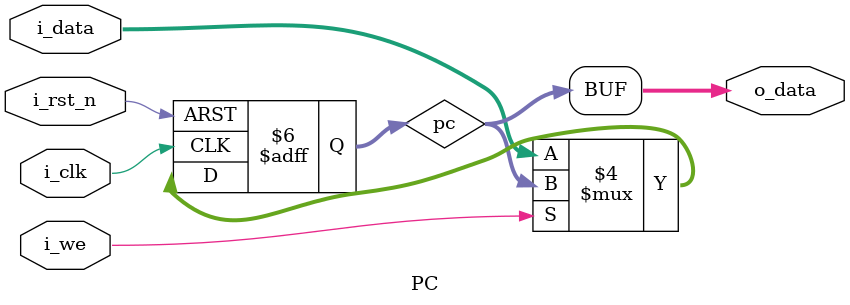
<source format=v>
`timescale 1ns/1ps

module PC(	i_clk,
			i_rst_n,
			i_we,
			i_data,
			o_data
		 );

input i_clk;
input i_rst_n;
input i_we;
input [29:0] i_data;

output [29:0] o_data;

reg [29:0] pc;

always@(posedge i_clk, negedge i_rst_n) begin
	if(!i_rst_n)
		pc <= 0;
	else if(!i_we)
		pc <= i_data;
end

assign o_data = pc;

endmodule
</source>
